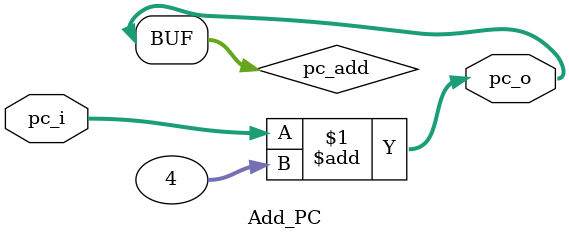
<source format=v>
module Add_PC(
pc_i,
pc_o);

input   [31:0]  pc_i;
output  [31:0]  pc_o;

wire    [31:0]  pc_add;

assign pc_add = pc_i + 4;
assign pc_o = pc_add;

endmodule

</source>
